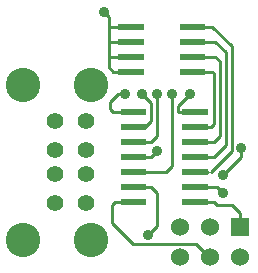
<source format=gbr>
G04 start of page 2 for group 0 idx 0 *
G04 Title: (unknown), component *
G04 Creator: pcb 20091103 *
G04 CreationDate: Mon 14 Mar 2011 03:34:43 AM GMT UTC *
G04 For: gjhurlbu *
G04 Format: Gerber/RS-274X *
G04 PCB-Dimensions: 600000 500000 *
G04 PCB-Coordinate-Origin: lower left *
%MOIN*%
%FSLAX25Y25*%
%LNFRONT*%
%ADD11C,0.0100*%
%ADD12C,0.0560*%
%ADD13C,0.1150*%
%ADD14C,0.0200*%
%ADD15C,0.0600*%
%ADD16C,0.0360*%
%ADD17R,0.0200X0.0200*%
%ADD18C,0.0910*%
%ADD19C,0.0380*%
G54D11*X108245Y437557D02*X112443D01*
X114000Y436000D01*
X112443Y442557D02*X116000Y439000D01*
X111443Y447557D02*X118000Y441000D01*
X108171Y432557D02*X111443D01*
X112000Y432000D01*
X108142Y432586D02*X108171Y432557D01*
X108142D02*Y432586D01*
X112000Y415000D02*X111000Y414000D01*
X112000Y432000D02*Y415000D01*
X114000Y436000D02*Y411000D01*
X112000Y409000D01*
X116000Y439000D02*Y408000D01*
X118000Y441000D02*Y406000D01*
X108500Y409000D02*Y409015D01*
X108515Y409000D01*
X108142Y442557D02*X112443D01*
X108142Y447557D02*X111443D01*
X108142Y437557D02*Y437454D01*
X108245Y437557D01*
X78500Y419000D02*X77500Y420000D01*
Y422500D01*
X80000Y425000D01*
X82500D01*
X81500Y419000D02*X78500D01*
X81142Y432557D02*X78443D01*
X77000Y434000D01*
X112000Y409000D02*X108515D01*
X112000Y404000D02*X116000Y408000D01*
X108500Y404000D02*X112000D01*
X118000Y406000D02*X111000Y399000D01*
X115000Y398000D02*X121000Y404000D01*
Y407000D01*
X110629Y370597D02*X110403D01*
X106000Y375000D01*
X108500Y394000D02*X113000D01*
X115000Y392000D01*
X118000Y388000D02*X113000D01*
X112000Y389000D01*
X109000D01*
X120629Y380597D02*Y385371D01*
X118000Y388000D01*
X111000Y414000D02*X108500D01*
Y419000D02*X100000D01*
Y421000D01*
X104000Y425000D01*
X98000Y401000D02*Y425000D01*
X88000Y409000D02*X91000D01*
X93000Y411000D01*
X88000Y414000D02*X89000D01*
X91000Y416000D01*
X93000Y411000D02*Y425000D01*
X91000Y416000D02*Y422000D01*
X88000Y425000D01*
X88500Y404000D02*X91000D01*
X77000Y437557D02*Y438000D01*
Y437557D02*Y438000D01*
Y450900D02*X75500Y452400D01*
X77000Y434000D02*Y437557D01*
X81142D02*X77000D01*
X81142Y442557D02*X77000D01*
Y438000D02*Y442557D01*
Y448000D02*Y450900D01*
Y447557D02*Y448000D01*
Y443000D02*Y447557D01*
Y442557D02*Y443000D01*
Y442557D02*Y443000D01*
Y447557D02*Y448000D01*
X81142Y447557D02*X77000D01*
X110214Y399000D02*X105714D01*
X88000D02*X96000D01*
X98000Y401000D01*
X91000Y404000D02*X93000Y406000D01*
X88500Y394000D02*X91000D01*
X93000Y392000D01*
Y381000D01*
X90000Y378000D01*
X106000Y375000D02*X85000D01*
X78000Y382000D01*
Y388000D01*
X79000Y389000D01*
X82000D01*
G54D12*X59254Y398422D03*
Y388622D03*
X69554Y406322D03*
Y398422D03*
Y388622D03*
X59254Y416122D03*
Y406322D03*
X69554Y416122D03*
G54D13*X70954Y428222D03*
X48554D03*
X70954Y376522D03*
X48554D03*
G54D14*G36*
X117629Y383597D02*Y377597D01*
X123629D01*
Y383597D01*
X117629D01*
G37*
G54D15*X120629Y370597D03*
X110629Y380597D03*
Y370597D03*
X100629Y380597D03*
Y370597D03*
G54D16*X82500Y425000D03*
X75500Y452400D03*
X104000Y425000D03*
X88000D03*
X93000D03*
X98000D03*
X93000Y406000D03*
X90000Y378000D03*
X115000Y392000D03*
X121000Y407000D03*
X115000Y398000D03*
G54D17*X102500Y399000D02*X109000D01*
X102500Y404000D02*X109000D01*
X102500Y409000D02*X109000D01*
X102500Y414000D02*X109000D01*
X102500Y419000D02*X109000D01*
X101642Y432557D02*X108142D01*
X101642Y437557D02*X108142D01*
X101642Y442557D02*X108142D01*
X101642Y447557D02*X108142D01*
X82000Y404000D02*X88500D01*
X82000Y399000D02*X88500D01*
X82000Y394000D02*X88500D01*
X82000Y389000D02*X88500D01*
X82000Y419000D02*X88500D01*
X82000Y414000D02*X88500D01*
X82000Y409000D02*X88500D01*
X102500Y389000D02*X109000D01*
X102500Y394000D02*X109000D01*
X81142Y447557D02*X87642D01*
X81142Y442557D02*X87642D01*
X81142Y437557D02*X87642D01*
X81142Y432557D02*X87642D01*
G54D16*G54D18*G54D19*G54D14*M02*

</source>
